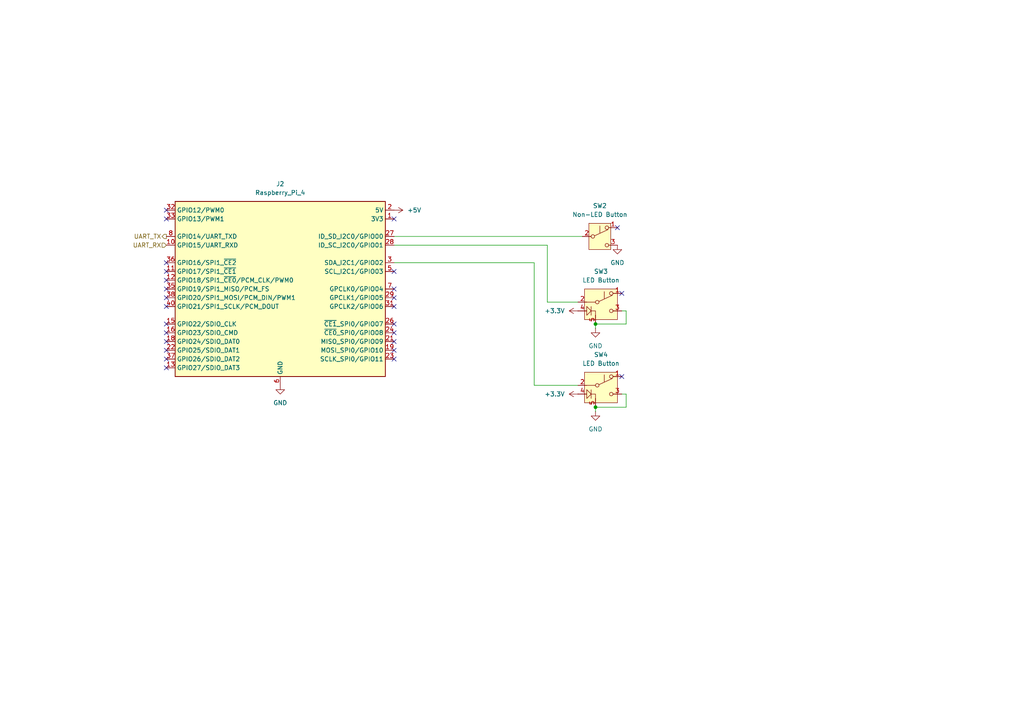
<source format=kicad_sch>
(kicad_sch (version 20250114) (generator "eeschema") (generator_version "9.0")
  (paper "A4")
  (lib_symbols
    (symbol "Connector:Raspberry_Pi_4"
      (property "Reference" "J" (at -17.526 48.768 0))
      (property "Value" "Raspberry_Pi_4" (at 15.748 -26.416 0))
      (symbol "Raspberry_Pi_4_0_1"
        (rectangle (start -30.48 25.4) (end 30.48 -25.4) (stroke (width 0.254)) (fill (type background)))
      )
      (symbol "Raspberry_Pi_4_1_1"
        (pin bidirectional line (at -33.02 22.86 0) (length 2.54) (name "GPIO12/PWM0") (number "32"))
        (pin bidirectional line (at -33.02 20.32 0) (length 2.54) (name "GPIO13/PWM1") (number "33"))
        (pin bidirectional line (at -33.02 15.24 0) (length 2.54) (name "GPIO14/UART_TXD") (number "8"))
        (pin bidirectional line (at -33.02 12.7 0) (length 2.54) (name "GPIO15/UART_RXD") (number "10"))
        (pin bidirectional line (at -33.02 7.62 0) (length 2.54) (name "GPIO16/SPI1_~{CE2}") (number "36"))
        (pin bidirectional line (at -33.02 5.08 0) (length 2.54) (name "GPIO17/SPI1_~{CE1}") (number "11"))
        (pin bidirectional line (at -33.02 2.54 0) (length 2.54) (name "GPIO18/SPI1_~{CE0}/PCM_CLK/PWM0") (number "12"))
        (pin bidirectional line (at -33.02 0 0) (length 2.54) (name "GPIO19/SPI1_MISO/PCM_FS") (number "35"))
        (pin bidirectional line (at -33.02 -2.54 0) (length 2.54) (name "GPIO20/SPI1_MOSI/PCM_DIN/PWM1") (number "38"))
        (pin bidirectional line (at -33.02 -5.08 0) (length 2.54) (name "GPIO21/SPI1_SCLK/PCM_DOUT") (number "40"))
        (pin bidirectional line (at -33.02 -10.16 0) (length 2.54) (name "GPIO22/SDIO_CLK") (number "15"))
        (pin bidirectional line (at -33.02 -12.7 0) (length 2.54) (name "GPIO23/SDIO_CMD") (number "16"))
        (pin bidirectional line (at -33.02 -15.24 0) (length 2.54) (name "GPIO24/SDIO_DAT0") (number "18"))
        (pin bidirectional line (at -33.02 -17.78 0) (length 2.54) (name "GPIO25/SDIO_DAT1") (number "22"))
        (pin bidirectional line (at -33.02 -20.32 0) (length 2.54) (name "GPIO26/SDIO_DAT2") (number "37"))
        (pin bidirectional line (at -33.02 -22.86 0) (length 2.54) (name "GPIO27/SDIO_DAT3") (number "13"))
        (pin passive line (at 0 -27.94 90) (length 2.54) (hide yes) (name "GND") (number "14"))
        (pin passive line (at 0 -27.94 90) (length 2.54) (hide yes) (name "GND") (number "20"))
        (pin passive line (at 0 -27.94 90) (length 2.54) (hide yes) (name "GND") (number "25"))
        (pin passive line (at 0 -27.94 90) (length 2.54) (hide yes) (name "GND") (number "30"))
        (pin passive line (at 0 -27.94 90) (length 2.54) (hide yes) (name "GND") (number "34"))
        (pin passive line (at 0 -27.94 90) (length 2.54) (hide yes) (name "GND") (number "39"))
        (pin power_out line (at 0 -27.94 90) (length 2.54) (name "GND") (number "6"))
        (pin passive line (at 0 -27.94 90) (length 2.54) (hide yes) (name "GND") (number "9"))
        (pin power_out line (at 33.02 22.86 180) (length 2.54) (name "5V") (number "2"))
        (pin passive line (at 33.02 22.86 180) (length 2.54) (hide yes) (name "5V") (number "4"))
        (pin power_out line (at 33.02 20.32 180) (length 2.54) (name "3V3") (number "1"))
        (pin passive line (at 33.02 20.32 180) (length 2.54) (hide yes) (name "3V3") (number "17"))
        (pin bidirectional line (at 33.02 15.24 180) (length 2.54) (name "ID_SD_I2C0/GPIO00") (number "27"))
        (pin bidirectional line (at 33.02 12.7 180) (length 2.54) (name "ID_SC_I2C0/GPIO01") (number "28"))
        (pin bidirectional line (at 33.02 7.62 180) (length 2.54) (name "SDA_I2C1/GPIO02") (number "3"))
        (pin bidirectional line (at 33.02 5.08 180) (length 2.54) (name "SCL_I2C1/GPIO03") (number "5"))
        (pin bidirectional line (at 33.02 0 180) (length 2.54) (name "GPCLK0/GPIO04") (number "7"))
        (pin bidirectional line (at 33.02 -2.54 180) (length 2.54) (name "GPCLK1/GPIO05") (number "29"))
        (pin bidirectional line (at 33.02 -5.08 180) (length 2.54) (name "GPCLK2/GPIO06") (number "31"))
        (pin bidirectional line (at 33.02 -10.16 180) (length 2.54) (name "~{CE1}_SPI0/GPIO07") (number "26"))
        (pin bidirectional line (at 33.02 -12.7 180) (length 2.54) (name "~{CE0}_SPI0/GPIO08") (number "24"))
        (pin bidirectional line (at 33.02 -15.24 180) (length 2.54) (name "MISO_SPI0/GPIO09") (number "21"))
        (pin bidirectional line (at 33.02 -17.78 180) (length 2.54) (name "MOSI_SPI0/GPIO10") (number "19"))
        (pin bidirectional line (at 33.02 -20.32 180) (length 2.54) (name "SCLK_SPI0/GPIO11") (number "23"))
      )
    )
    (symbol "SW_Push_SPDT_2" (pin_names (offset 0) (hide yes))
      (property "Reference" "SW4" (at 2.2225 8.89 0))
      (property "Value" "LED Button" (at 2.2225 6.35 0))
      (symbol "SW_Push_SPDT_2_0_0"
        (circle (center 0.508 0) (radius 0.508))
        (polyline (pts (xy 2.54 1.016) (xy 2.54 3.048)))
        (circle (center 4.572 -2.54) (radius 0.508))
      )
      (symbol "SW_Push_SPDT_2_0_1"
        (polyline (pts (xy -2.54 0) (xy 0 0)))
        (polyline (pts (xy -2.54 -1.27) (xy -2.54 -3.81) (xy -1.27 -2.54) (xy -2.54 -1.27)))
        (polyline (pts (xy -1.27 -1.27) (xy -1.27 -3.81)))
        (polyline (pts (xy -1.27 -2.54) (xy 0 -2.54) (xy 0 -3.81)))
        (polyline (pts (xy 1.016 0.2032) (xy 4.8768 1.9812)))
        (circle (center 4.572 2.54) (radius 0.508))
      )
      (symbol "SW_Push_SPDT_2_1_1"
        (rectangle (start -3.175 3.81) (end 6.35 -5.08) (fill (type background)))
        (pin passive line (at -5.08 0 0) (length 2.54) (name "B") (number "2"))
        (pin power_in line (at -5.08 -2.54 0) (length 2.54) (name "LED_IN") (number "4"))
        (pin power_out line (at 0 -6.35 90) (length 2.54) (name "GND") (number "5"))
        (pin passive line (at 7.62 2.54 180) (length 2.54) (name "A") (number "1"))
        (pin passive line (at 7.62 -2.54 180) (length 2.54) (name "C") (number "3"))
      )
    )
    (symbol "Switch:SW_Push_SPDT" (pin_names (offset 0) (hide yes))
      (property "Reference" "SW" (at 0 5.08 0))
      (property "Value" "SW_Push_SPDT" (at 0 -5.08 0))
      (symbol "SW_Push_SPDT_0_0"
        (circle (center -2.032 0) (radius 0.508))
        (polyline (pts (xy 0 1.016) (xy 0 3.048)))
        (circle (center 2.032 -2.54) (radius 0.508))
      )
      (symbol "SW_Push_SPDT_0_1"
        (polyline (pts (xy -1.524 0.2032) (xy 2.3368 1.9812)))
        (circle (center 2.032 2.54) (radius 0.508))
      )
      (symbol "SW_Push_SPDT_1_1"
        (rectangle (start -3.175 3.81) (end 3.175 -3.81) (fill (type background)))
        (pin passive line (at -5.08 0 0) (length 2.54) (name "B") (number "2"))
        (pin passive line (at 5.08 2.54 180) (length 2.54) (name "A") (number "1"))
        (pin passive line (at 5.08 -2.54 180) (length 2.54) (name "C") (number "3"))
      )
    )
    (symbol "power:+3.3V" (power) (pin_numbers (hide yes)) (pin_names (offset 0) (hide yes))
      (property "Value" "+3.3V" (at 0 3.556 0))
      (symbol "+3.3V_0_1"
        (polyline (pts (xy -0.762 1.27) (xy 0 2.54)))
        (polyline (pts (xy 0 2.54) (xy 0.762 1.27)))
        (polyline (pts (xy 0 0) (xy 0 2.54)))
      )
      (symbol "+3.3V_1_1"
        (pin power_in line (at 0 0 90) (length 0) (name "~") (number "1"))
      )
    )
    (symbol "power:+5V" (power) (pin_numbers (hide yes)) (pin_names (offset 0) (hide yes))
      (property "Value" "+5V" (at 0 3.556 0))
      (symbol "+5V_0_1"
        (polyline (pts (xy -0.762 1.27) (xy 0 2.54)))
        (polyline (pts (xy 0 2.54) (xy 0.762 1.27)))
        (polyline (pts (xy 0 0) (xy 0 2.54)))
      )
      (symbol "+5V_1_1"
        (pin power_in line (at 0 0 90) (length 0) (name "~") (number "1"))
      )
    )
    (symbol "power:GND" (power) (pin_numbers (hide yes)) (pin_names (offset 0) (hide yes))
      (property "Value" "GND" (at 0 -3.81 0))
      (symbol "GND_0_1"
        (polyline (pts (xy 0 0) (xy 0 -1.27) (xy 1.27 -1.27) (xy 0 -2.54) (xy -1.27 -1.27) (xy 0 -1.27)))
      )
      (symbol "GND_1_1"
        (pin power_in line (at 0 0 270) (length 0) (name "~") (number "1"))
      )
    )
  )
  (junction (at 172.72 93.98))
  (junction (at 172.72 118.11))
  (no_connect (at 114.3 63.5))
  (no_connect (at 114.3 101.6))
  (no_connect (at 114.3 78.74))
  (no_connect (at 180.34 109.22))
  (no_connect (at 48.26 106.68))
  (no_connect (at 114.3 99.06))
  (no_connect (at 48.26 88.9))
  (no_connect (at 114.3 104.14))
  (no_connect (at 114.3 83.82))
  (no_connect (at 180.34 85.09))
  (no_connect (at 179.07 66.04))
  (no_connect (at 48.26 104.14))
  (no_connect (at 48.26 78.74))
  (no_connect (at 114.3 88.9))
  (no_connect (at 48.26 86.36))
  (no_connect (at 48.26 101.6))
  (no_connect (at 48.26 76.2))
  (no_connect (at 48.26 96.52))
  (no_connect (at 48.26 81.28))
  (no_connect (at 48.26 63.5))
  (no_connect (at 114.3 96.52))
  (no_connect (at 114.3 93.98))
  (no_connect (at 48.26 83.82))
  (no_connect (at 114.3 86.36))
  (no_connect (at 48.26 60.96))
  (no_connect (at 48.26 93.98))
  (no_connect (at 48.26 99.06))
  (wire (pts (xy 181.61 118.11) (xy 172.72 118.11)))
  (wire (pts (xy 158.75 71.12) (xy 158.75 87.63)))
  (wire (pts (xy 114.3 71.12) (xy 158.75 71.12)))
  (wire (pts (xy 154.94 111.76) (xy 167.64 111.76)))
  (wire (pts (xy 181.61 114.3) (xy 181.61 118.11)))
  (wire (pts (xy 172.72 119.38) (xy 172.72 118.11)))
  (wire (pts (xy 180.34 114.3) (xy 181.61 114.3)))
  (wire (pts (xy 172.72 95.25) (xy 172.72 93.98)))
  (wire (pts (xy 158.75 87.63) (xy 167.64 87.63)))
  (wire (pts (xy 181.61 93.98) (xy 172.72 93.98)))
  (wire (pts (xy 180.34 90.17) (xy 181.61 90.17)))
  (wire (pts (xy 114.3 68.58) (xy 168.91 68.58)))
  (wire (pts (xy 154.94 111.76) (xy 154.94 76.2)))
  (wire (pts (xy 181.61 90.17) (xy 181.61 93.98)))
  (wire (pts (xy 154.94 76.2) (xy 114.3 76.2)))
  (hierarchical_label "UART_TX" (shape output) (at 48.26 68.58 180))
  (hierarchical_label "UART_RX" (shape input) (at 48.26 71.12 180))
  (symbol (lib_id "power:GND") (at 172.72 95.25 0) (unit 1)
    (property "Reference" "#PWR027" (effects (hide yes)))
    (property "Value" "GND" (at 172.72 100.33 0))
    (property "Description" "Power symbol creates a global label with name \"GND\" , ground" (effects (hide yes)))
  )
  (symbol (lib_id "power:+5V") (at 114.3 60.96 270) (unit 1)
    (property "Reference" "#PWR02" (effects (hide yes)))
    (property "Value" "+5V" (at 118.11 60.9599 90) (effects (justify left)))
    (property "Description" "Power symbol creates a global label with name \"+5V\"" (effects (hide yes)))
  )
  (symbol (lib_id "power:+3.3V") (at 167.64 114.3 90) (unit 1)
    (property "Reference" "#PWR029" (effects (hide yes)))
    (property "Value" "+3.3V" (at 163.83 114.2999 90) (effects (justify left)))
    (property "Description" "Power symbol creates a global label with name \"+3.3V\"" (effects (hide yes)))
  )
  (symbol (lib_id "power:GND") (at 81.28 111.76 0) (unit 1)
    (property "Reference" "#PWR05" (effects (hide yes)))
    (property "Value" "GND" (at 81.28 116.84 0))
    (property "Description" "Power symbol creates a global label with name \"GND\" , ground" (effects (hide yes)))
  )
  (symbol (lib_id "power:GND") (at 172.72 119.38 0) (unit 1)
    (property "Reference" "#PWR030" (effects (hide yes)))
    (property "Value" "GND" (at 172.72 124.46 0))
    (property "Description" "Power symbol creates a global label with name \"GND\" , ground" (effects (hide yes)))
  )
  (symbol (lib_id "power:+3.3V") (at 167.64 90.17 90) (unit 1)
    (property "Reference" "#PWR028" (effects (hide yes)))
    (property "Value" "+3.3V" (at 163.83 90.1699 90) (effects (justify left)))
    (property "Description" "Power symbol creates a global label with name \"+3.3V\"" (effects (hide yes)))
  )
  (symbol (lib_id "power:GND") (at 179.07 71.12 0) (unit 1)
    (property "Reference" "#PWR026" (effects (hide yes)))
    (property "Value" "GND" (at 179.07 76.2 0))
    (property "Description" "Power symbol creates a global label with name \"GND\" , ground" (effects (hide yes)))
  )
  (symbol (lib_name "SW_Push_SPDT_2") (lib_id "Switch:SW_Push_SPDT") (at 172.72 87.63 0) (unit 1)
    (property "Reference" "SW3" (at 174.3075 78.74 0))
    (property "Value" "LED Button" (at 174.3075 81.28 0))
    (property "Description" "Momentary Switch, single pole double throw" (effects (hide yes)))
  )
  (symbol (lib_id "Switch:SW_Push_SPDT") (at 173.99 68.58 0) (unit 1)
    (property "Reference" "SW2" (at 173.99 59.69 0))
    (property "Value" "Non-LED Button" (at 173.99 62.23 0))
    (property "Description" "Momentary Switch, single pole double throw" (effects (hide yes)))
  )
  (symbol (lib_name "SW_Push_SPDT_2") (lib_id "Switch:SW_Push_SPDT") (at 172.72 111.76 0) (unit 1)
    (property "Reference" "SW4" (at 174.3075 102.87 0))
    (property "Value" "LED Button" (at 174.3075 105.41 0))
    (property "Description" "Momentary Switch, single pole double throw" (effects (hide yes)))
  )
  (symbol (lib_id "Connector:Raspberry_Pi_4") (at 81.28 83.82 0) (unit 1)
    (property "Reference" "J2" (at 81.28 53.34 0))
    (property "Value" "Raspberry_Pi_4" (at 81.28 55.88 0))
    (property "Datasheet" "https://datasheets.raspberrypi.com/rpi4/raspberry-pi-4-datasheet.pdf" (effects (hide yes)))
    (property "Description" "Raspberry Pi 4 Model B" (effects (hide yes)))
  )
)
</source>
